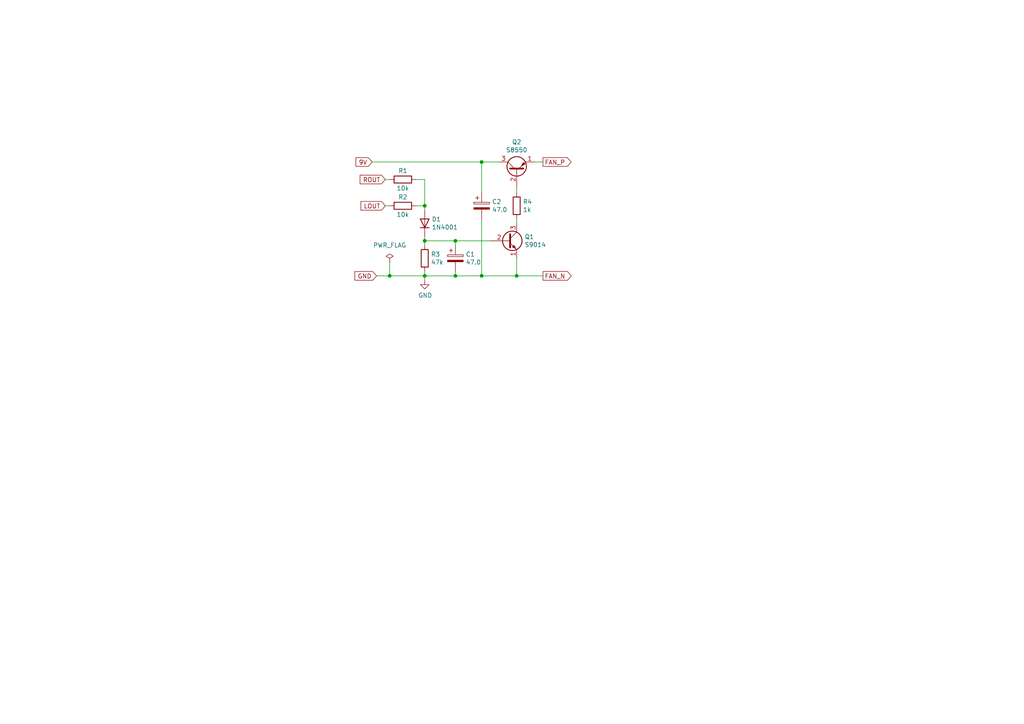
<source format=kicad_sch>
(kicad_sch (version 20230121) (generator eeschema)
  (paper "A4")
  (lib_symbols
    (symbol "Device:C_Polarized" (pin_numbers hide) (pin_names (offset 0.254))
      (property "Reference" "C" (at 0.635 2.54 0))
      (property "Value" "C_Polarized" (at 0.635 -2.54 0))
      (symbol "C_Polarized_0_1"
        (rectangle (start -2.286 0.508) (end 2.286 1.016))
        (polyline (pts (xy -1.778 2.286) (xy -0.762 2.286)))
        (polyline (pts (xy -1.27 2.794) (xy -1.27 1.778)))
        (rectangle (start 2.286 -0.508) (end -2.286 -1.016) (fill (type outline)))
      )
      (symbol "C_Polarized_1_1"
        (pin passive line (at 0 3.81 270) (length 2.794) (name "~") (number "1"))
        (pin passive line (at 0 -3.81 90) (length 2.794) (name "~") (number "2"))
      )
    )
    (symbol "Device:R" (pin_numbers hide) (pin_names (offset 0))
      (property "Reference" "R" (at 2.032 0 90))
      (property "Value" "R" (at 0 0 90))
      (symbol "R_0_1"
        (rectangle (start -1.016 -2.54) (end 1.016 2.54) (stroke (width 0.254)))
      )
      (symbol "R_1_1"
        (pin passive line (at 0 3.81 270) (length 1.27) (name "~") (number "1"))
        (pin passive line (at 0 -3.81 90) (length 1.27) (name "~") (number "2"))
      )
    )
    (symbol "Diode:1N4001" (pin_numbers hide) (pin_names (offset 1.016) hide)
      (property "Reference" "D" (at 0 2.54 0))
      (property "Value" "1N4001" (at 0 -2.54 0))
      (symbol "1N4001_0_1"
        (polyline (pts (xy -1.27 1.27) (xy -1.27 -1.27)) (stroke (width 0.254)))
        (polyline (pts (xy 1.27 0) (xy -1.27 0)))
        (polyline (pts (xy 1.27 1.27) (xy 1.27 -1.27) (xy -1.27 0) (xy 1.27 1.27)) (stroke (width 0.254)))
      )
      (symbol "1N4001_1_1"
        (pin passive line (at -3.81 0 0) (length 2.54) (name "K") (number "1"))
        (pin passive line (at 3.81 0 180) (length 2.54) (name "A") (number "2"))
      )
    )
    (symbol "Transistor_BJT:MPSA42" (pin_names (offset 1.016) hide)
      (property "Reference" "Q" (at 5.08 1.905 0))
      (property "Value" "MPSA42" (at 5.08 0 0))
      (symbol "MPSA42_0_1"
        (polyline (pts (xy 0 0) (xy 0.635 0)))
        (polyline (pts (xy 0.635 0.635) (xy 2.54 2.54)))
        (polyline (pts (xy 0.635 -0.635) (xy 2.54 -2.54) (xy 2.54 -2.54)))
        (polyline (pts (xy 0.635 1.905) (xy 0.635 -1.905) (xy 0.635 -1.905)) (stroke (width 0.508)))
        (polyline (pts (xy 1.27 -1.778) (xy 1.778 -1.27) (xy 2.286 -2.286) (xy 1.27 -1.778) (xy 1.27 -1.778)) (fill (type outline)))
        (circle (center 1.27 0) (radius 2.8194) (stroke (width 0.254)))
      )
      (symbol "MPSA42_1_1"
        (pin passive line (at 2.54 -5.08 90) (length 2.54) (name "E") (number "1"))
        (pin input line (at -5.08 0 0) (length 5.08) (name "B") (number "2"))
        (pin passive line (at 2.54 5.08 270) (length 2.54) (name "C") (number "3"))
      )
    )
    (symbol "Transistor_BJT:MPSA92" (pin_names (offset 1.016) hide)
      (property "Reference" "Q" (at 5.08 1.905 0))
      (property "Value" "MPSA92" (at 5.08 0 0))
      (symbol "MPSA92_0_1"
        (polyline (pts (xy 0 0) (xy 0.635 0)))
        (polyline (pts (xy 2.54 -2.54) (xy 0.635 -0.635)))
        (polyline (pts (xy 2.54 2.54) (xy 0.635 0.635)))
        (polyline (pts (xy 0.635 1.905) (xy 0.635 -1.905) (xy 0.635 -1.905)) (stroke (width 0.508)) (fill (type outline)))
        (polyline (pts (xy 1.905 -2.413) (xy 2.413 -1.905) (xy 1.397 -1.397) (xy 1.905 -2.413) (xy 1.905 -2.413)) (fill (type outline)))
        (circle (center 1.27 0) (radius 2.8194) (stroke (width 0.254)))
      )
      (symbol "MPSA92_1_1"
        (pin passive line (at 2.54 -5.08 90) (length 2.54) (name "E") (number "1"))
        (pin input line (at -5.08 0 0) (length 5.08) (name "B") (number "2"))
        (pin passive line (at 2.54 5.08 270) (length 2.54) (name "C") (number "3"))
      )
    )
    (symbol "power:GND" (power) (pin_names (offset 0))
      (property "Value" "GND" (at 0 -3.81 0))
      (symbol "GND_0_1"
        (polyline (pts (xy 0 0) (xy 0 -1.27) (xy 1.27 -1.27) (xy 0 -2.54) (xy -1.27 -1.27) (xy 0 -1.27)))
      )
      (symbol "GND_1_1"
        (pin power_in line (at 0 0 270) (length 0) hide (name "GND") (number "1"))
      )
    )
    (symbol "power:PWR_FLAG" (power) (pin_numbers hide) (pin_names (offset 0) hide)
      (property "Value" "PWR_FLAG" (at 0 3.81 0))
      (symbol "PWR_FLAG_0_0"
        (pin power_out line (at 0 0 90) (length 0) (name "pwr") (number "1"))
      )
      (symbol "PWR_FLAG_0_1"
        (polyline (pts (xy 0 0) (xy 0 1.27) (xy -1.016 1.905) (xy 0 2.54) (xy 1.016 1.905) (xy 0 1.27)))
      )
    )
  )
  (junction (at 123.19 59.69))
  (junction (at 132.08 69.85))
  (junction (at 139.7 80.01))
  (junction (at 149.86 80.01))
  (junction (at 123.19 69.85))
  (junction (at 139.7 46.99))
  (junction (at 123.19 80.01))
  (junction (at 132.08 80.01))
  (junction (at 113.03 80.01))
  (wire (pts (xy 149.86 55.88) (xy 149.86 54.61)))
  (wire (pts (xy 142.24 69.85) (xy 132.08 69.85)))
  (wire (pts (xy 120.65 52.07) (xy 123.19 52.07)))
  (wire (pts (xy 139.7 80.01) (xy 132.08 80.01)))
  (wire (pts (xy 149.86 64.77) (xy 149.86 63.5)))
  (wire (pts (xy 123.19 52.07) (xy 123.19 59.69)))
  (wire (pts (xy 132.08 69.85) (xy 123.19 69.85)))
  (wire (pts (xy 123.19 68.58) (xy 123.19 69.85)))
  (wire (pts (xy 123.19 80.01) (xy 132.08 80.01)))
  (wire (pts (xy 139.7 46.99) (xy 107.95 46.99)))
  (wire (pts (xy 132.08 69.85) (xy 132.08 71.12)))
  (wire (pts (xy 123.19 81.28) (xy 123.19 80.01)))
  (wire (pts (xy 123.19 80.01) (xy 113.03 80.01)))
  (wire (pts (xy 149.86 80.01) (xy 157.48 80.01)))
  (wire (pts (xy 154.94 46.99) (xy 157.48 46.99)))
  (wire (pts (xy 120.65 59.69) (xy 123.19 59.69)))
  (wire (pts (xy 113.03 76.2) (xy 113.03 80.01)))
  (wire (pts (xy 149.86 80.01) (xy 139.7 80.01)))
  (wire (pts (xy 123.19 69.85) (xy 123.19 71.12)))
  (wire (pts (xy 139.7 46.99) (xy 139.7 55.88)))
  (wire (pts (xy 113.03 52.07) (xy 111.76 52.07)))
  (wire (pts (xy 139.7 63.5) (xy 139.7 80.01)))
  (wire (pts (xy 144.78 46.99) (xy 139.7 46.99)))
  (wire (pts (xy 149.86 74.93) (xy 149.86 80.01)))
  (wire (pts (xy 113.03 59.69) (xy 111.76 59.69)))
  (wire (pts (xy 132.08 80.01) (xy 132.08 78.74)))
  (wire (pts (xy 113.03 80.01) (xy 109.22 80.01)))
  (wire (pts (xy 123.19 80.01) (xy 123.19 78.74)))
  (wire (pts (xy 123.19 59.69) (xy 123.19 60.96)))
  (global_label "GND" (shape input) (at 109.22 80.01 180) (property "Intersheetrefs" "${INTERSHEET_REFS}" (effects hide)) (property "Intersheetrefs" "${INTERSHEET_REFS}" (effects hide)))
  (global_label "LOUT" (shape input) (at 111.76 59.69 180) (property "Intersheetrefs" "${INTERSHEET_REFS}" (effects hide)) (property "Intersheetrefs" "${INTERSHEET_REFS}" (effects hide)))
  (global_label "FAN_P" (shape output) (at 157.48 46.99 0) (property "Intersheetrefs" "${INTERSHEET_REFS}" (effects hide)) (property "Intersheetrefs" "${INTERSHEET_REFS}" (effects hide)))
  (global_label "FAN_N" (shape output) (at 157.48 80.01 0) (property "Intersheetrefs" "${INTERSHEET_REFS}" (effects hide)) (property "Intersheetrefs" "${INTERSHEET_REFS}" (effects hide)))
  (global_label "9V" (shape input) (at 107.95 46.99 180) (property "Intersheetrefs" "${INTERSHEET_REFS}" (effects hide)) (property "Intersheetrefs" "${INTERSHEET_REFS}" (effects hide)))
  (global_label "ROUT" (shape input) (at 111.76 52.07 180) (property "Intersheetrefs" "${INTERSHEET_REFS}" (effects hide)) (property "Intersheetrefs" "${INTERSHEET_REFS}" (effects hide)))
  (symbol (lib_id "Transistor_BJT:MPSA42") (at 147.32 69.85 0) (unit 1)
    (property "Reference" "Q1" (at 152.146 68.6816 0) (effects (justify left)))
    (property "Value" "S9014" (at 152.146 70.993 0) (effects (justify left)))
    (property "Footprint" "Package_TO_SOT_THT:TO-92_Inline" (effects hide))
    (property "Datasheet" "http://www.onsemi.com/pub_link/Collateral/MPSA42-D.PDF" (effects hide))
  )
  (symbol (lib_id "Transistor_BJT:MPSA92") (at 149.86 49.53 90) (unit 1)
    (property "Reference" "Q2" (at 149.86 41.1988 90))
    (property "Value" "S8550" (at 149.86 43.5102 90))
    (property "Footprint" "Package_TO_SOT_THT:TO-92_Inline" (effects hide))
    (property "Datasheet" "http://www.onsemi.com/pub_link/Collateral/MPSA92-D.PDF" (effects hide))
  )
  (symbol (lib_id "Device:R") (at 149.86 59.69 0) (unit 1)
    (property "Reference" "R4" (at 151.638 58.5216 0) (effects (justify left)))
    (property "Value" "1k" (at 151.638 60.833 0) (effects (justify left)))
  )
  (symbol (lib_id "Device:C_Polarized") (at 139.7 59.69 0) (unit 1)
    (property "Reference" "C2" (at 142.6972 58.5216 0) (effects (justify left)))
    (property "Value" "47.0" (at 142.6972 60.833 0) (effects (justify left)))
  )
  (symbol (lib_id "Device:C_Polarized") (at 132.08 74.93 0) (unit 1)
    (property "Reference" "C1" (at 135.0772 73.7616 0) (effects (justify left)))
    (property "Value" "47.0" (at 135.0772 76.073 0) (effects (justify left)))
  )
  (symbol (lib_id "Device:R") (at 123.19 74.93 0) (unit 1)
    (property "Reference" "R3" (at 124.968 73.7616 0) (effects (justify left)))
    (property "Value" "47k" (at 124.968 76.073 0) (effects (justify left)))
  )
  (symbol (lib_id "Diode:1N4001") (at 123.19 64.77 90) (unit 1)
    (property "Reference" "D1" (at 125.222 63.6016 90) (effects (justify right)))
    (property "Value" "1N4001" (at 125.222 65.913 90) (effects (justify right)))
    (property "Footprint" "Diode_THT:D_DO-41_SOD81_P10.16mm_Horizontal" (effects hide))
    (property "Datasheet" "http://www.vishay.com/docs/88503/1n4001.pdf" (effects hide))
  )
  (symbol (lib_id "power:GND") (at 123.19 81.28 0) (unit 1)
    (property "Reference" "#PWR01" (effects hide))
    (property "Value" "GND" (at 123.317 85.6742 0))
  )
  (symbol (lib_id "Device:R") (at 116.84 59.69 270) (unit 1)
    (property "Reference" "R2" (at 116.84 57.15 90))
    (property "Value" "10k" (at 116.84 62.23 90))
  )
  (symbol (lib_id "Device:R") (at 116.84 52.07 270) (unit 1)
    (property "Reference" "R1" (at 116.84 49.53 90))
    (property "Value" "10k" (at 116.84 54.61 90))
  )
  (symbol (lib_id "power:PWR_FLAG") (at 113.03 76.2 0) (unit 1)
    (property "Reference" "#FLG0101" (effects hide))
    (property "Value" "PWR_FLAG" (at 113.03 71.12 0))
  )
)
</source>
